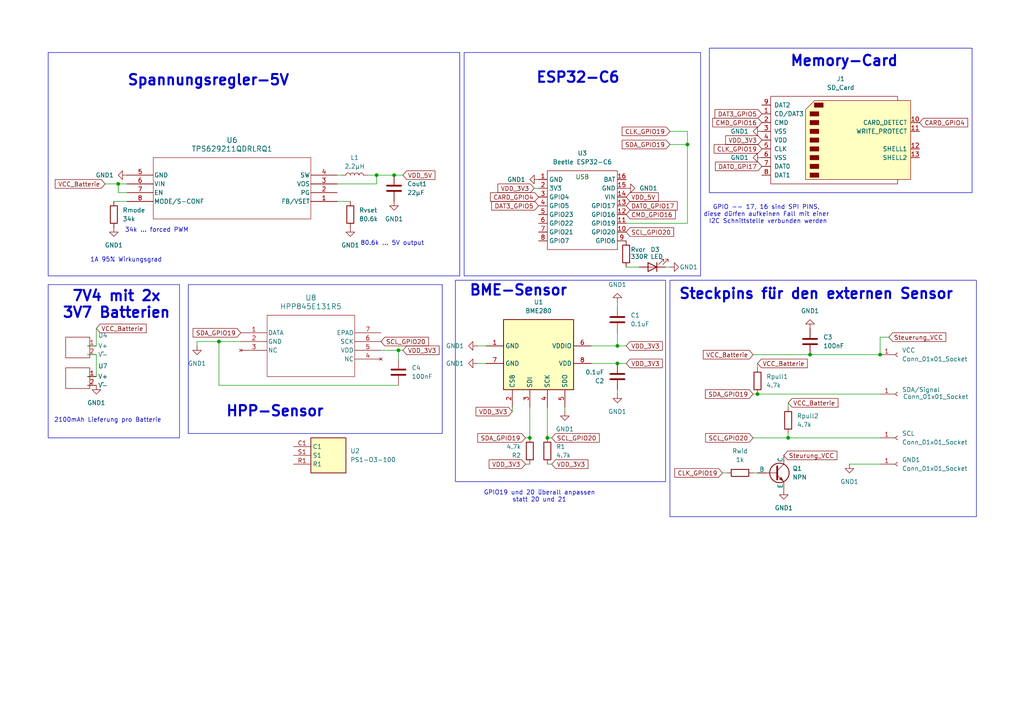
<source format=kicad_sch>
(kicad_sch (version 20231120) (generator "eeschema") (generator_version "8.0")
  (paper "A4")
  (lib_symbols
    (symbol "2024-11-18_14-00-38:TPS629211QDRLRQ1" (pin_names (offset 0.254))
      (property "Reference" "U" (at 30.48 10.16 0))
      (property "Value" "TPS629211QDRLRQ1" (at 30.48 7.62 0))
      (symbol "TPS629211QDRLRQ1_0_1"
        (polyline (pts (xy 7.62 -12.7) (xy 53.34 -12.7)) (stroke (width 0.127)))
        (polyline (pts (xy 7.62 5.08) (xy 7.62 -12.7)) (stroke (width 0.127)))
        (polyline (pts (xy 53.34 -12.7) (xy 53.34 5.08)) (stroke (width 0.127)))
        (polyline (pts (xy 53.34 5.08) (xy 7.62 5.08)) (stroke (width 0.127)))
        (pin input line (at 0 0 0) (length 7.62) (name "FB/VSET") (number "1"))
        (pin output line (at 0 -2.54 0) (length 7.62) (name "PG") (number "2"))
        (pin input line (at 0 -5.08 0) (length 7.62) (name "VOS") (number "3"))
        (pin unspecified line (at 0 -7.62 0) (length 7.62) (name "SW") (number "4"))
        (pin power_out line (at 60.96 -7.62 180) (length 7.62) (name "GND") (number "5"))
        (pin input line (at 60.96 -5.08 180) (length 7.62) (name "VIN") (number "6"))
        (pin input line (at 60.96 -2.54 180) (length 7.62) (name "EN") (number "7"))
        (pin input line (at 60.96 0 180) (length 7.62) (name "MODE/S-CONF") (number "8"))
      )
    )
    (symbol "6V_Battery_SensorBox:Battery_6V"
      (property "Reference" "U" (at 0 0 0))
      (symbol "Battery_6V_0_1"
        (rectangle (start 0 0) (end 7 -6))
      )
      (symbol "Battery_6V_1_1"
        (pin input line (at 6.35 -2.54 0) (length 2.54) (name "V+") (number "1"))
        (pin input line (at 6.35 -5.08 0) (length 2.54) (name "V-") (number "2"))
      )
    )
    (symbol "Connector:Conn_01x01_Socket" (pin_names (offset 1.016) hide)
      (property "Reference" "J" (at 0 2.54 0))
      (property "Value" "Conn_01x01_Socket" (at 0 -2.54 0))
      (symbol "Conn_01x01_Socket_1_1"
        (polyline (pts (xy -1.27 0) (xy -0.508 0)) (stroke (width 0.1524)))
        (arc (start 0 0.508) (mid -0.5058 0) (end 0 -0.508) (stroke (width 0.1524)))
        (pin passive line (at -5.08 0 0) (length 3.81) (name "Pin_1") (number "1"))
      )
    )
    (symbol "Connector:SD_Card" (pin_names (offset 1.016))
      (property "Reference" "J" (at -16.51 13.97 0))
      (property "Value" "SD_Card" (at 15.24 -13.97 0))
      (symbol "SD_Card_0_1"
        (rectangle (start -8.89 -9.525) (end -6.35 -10.795) (fill (type outline)))
        (rectangle (start -8.89 -6.985) (end -6.35 -8.255) (fill (type outline)))
        (rectangle (start -8.89 -4.445) (end -6.35 -5.715) (fill (type outline)))
        (rectangle (start -8.89 -1.905) (end -6.35 -3.175) (fill (type outline)))
        (rectangle (start -8.89 0.635) (end -6.35 -0.635) (fill (type outline)))
        (rectangle (start -8.89 3.175) (end -6.35 1.905) (fill (type outline)))
        (rectangle (start -8.89 5.715) (end -6.35 4.445) (fill (type outline)))
        (rectangle (start -8.89 8.255) (end -6.35 6.985) (fill (type outline)))
        (rectangle (start -7.62 10.795) (end -5.08 9.525) (fill (type outline)))
        (polyline (pts (xy -10.16 8.89) (xy -7.62 11.43) (xy 20.32 11.43) (xy 20.32 -11.43) (xy -10.16 -11.43) (xy -10.16 8.89)) (fill (type background)))
        (polyline (pts (xy 16.51 11.43) (xy 16.51 12.7) (xy -20.32 12.7) (xy -20.32 -12.7) (xy 16.51 -12.7) (xy 16.51 -11.43)))
      )
      (symbol "SD_Card_1_1"
        (pin input line (at -22.86 7.62 0) (length 2.54) (name "CD/DAT3") (number "1"))
        (pin input line (at 22.86 5.08 180) (length 2.54) (name "CARD_DETECT") (number "10"))
        (pin input line (at 22.86 2.54 180) (length 2.54) (name "WRITE_PROTECT") (number "11"))
        (pin input line (at 22.86 -2.54 180) (length 2.54) (name "SHELL1") (number "12"))
        (pin input line (at 22.86 -5.08 180) (length 2.54) (name "SHELL2") (number "13"))
        (pin input line (at -22.86 5.08 0) (length 2.54) (name "CMD") (number "2"))
        (pin power_in line (at -22.86 2.54 0) (length 2.54) (name "VSS") (number "3"))
        (pin power_in line (at -22.86 0 0) (length 2.54) (name "VDD") (number "4"))
        (pin input line (at -22.86 -2.54 0) (length 2.54) (name "CLK") (number "5"))
        (pin power_in line (at -22.86 -5.08 0) (length 2.54) (name "VSS") (number "6"))
        (pin input line (at -22.86 -7.62 0) (length 2.54) (name "DAT0") (number "7"))
        (pin input line (at -22.86 -10.16 0) (length 2.54) (name "DAT1") (number "8"))
        (pin input line (at -22.86 10.16 0) (length 2.54) (name "DAT2") (number "9"))
      )
    )
    (symbol "Device:C" (pin_numbers hide) (pin_names (offset 0.254))
      (property "Reference" "C" (at 0.635 2.54 0))
      (property "Value" "C" (at 0.635 -2.54 0))
      (symbol "C_0_1"
        (polyline (pts (xy -2.032 -0.762) (xy 2.032 -0.762)) (stroke (width 0.508)))
        (polyline (pts (xy -2.032 0.762) (xy 2.032 0.762)) (stroke (width 0.508)))
      )
      (symbol "C_1_1"
        (pin passive line (at 0 3.81 270) (length 2.794) (name "~") (number "1"))
        (pin passive line (at 0 -3.81 90) (length 2.794) (name "~") (number "2"))
      )
    )
    (symbol "Device:L" (pin_numbers hide) (pin_names (offset 1.016) hide)
      (property "Reference" "L" (at -1.27 0 90))
      (property "Value" "L" (at 1.905 0 90))
      (symbol "L_0_1"
        (arc (start 0 -2.54) (mid 0.6323 -1.905) (end 0 -1.27))
        (arc (start 0 -1.27) (mid 0.6323 -0.635) (end 0 0))
        (arc (start 0 0) (mid 0.6323 0.635) (end 0 1.27))
        (arc (start 0 1.27) (mid 0.6323 1.905) (end 0 2.54))
      )
      (symbol "L_1_1"
        (pin passive line (at 0 3.81 270) (length 1.27) (name "1") (number "1"))
        (pin passive line (at 0 -3.81 90) (length 1.27) (name "2") (number "2"))
      )
    )
    (symbol "Device:LED" (pin_numbers hide) (pin_names (offset 1.016) hide)
      (property "Reference" "D" (at 0 2.54 0))
      (property "Value" "LED" (at 0 -2.54 0))
      (symbol "LED_0_1"
        (polyline (pts (xy -1.27 -1.27) (xy -1.27 1.27)) (stroke (width 0.254)))
        (polyline (pts (xy -1.27 0) (xy 1.27 0)))
        (polyline (pts (xy 1.27 -1.27) (xy 1.27 1.27) (xy -1.27 0) (xy 1.27 -1.27)) (stroke (width 0.254)))
        (polyline (pts (xy -3.048 -0.762) (xy -4.572 -2.286) (xy -3.81 -2.286) (xy -4.572 -2.286) (xy -4.572 -1.524)))
        (polyline (pts (xy -1.778 -0.762) (xy -3.302 -2.286) (xy -2.54 -2.286) (xy -3.302 -2.286) (xy -3.302 -1.524)))
      )
      (symbol "LED_1_1"
        (pin passive line (at -3.81 0 0) (length 2.54) (name "K") (number "1"))
        (pin passive line (at 3.81 0 180) (length 2.54) (name "A") (number "2"))
      )
    )
    (symbol "Device:R" (pin_numbers hide) (pin_names (offset 0))
      (property "Reference" "R" (at 2.032 0 90))
      (property "Value" "R" (at 0 0 90))
      (symbol "R_0_1"
        (rectangle (start -1.016 -2.54) (end 1.016 2.54) (stroke (width 0.254)))
      )
      (symbol "R_1_1"
        (pin passive line (at 0 3.81 270) (length 1.27) (name "~") (number "1"))
        (pin passive line (at 0 -3.81 90) (length 1.27) (name "~") (number "2"))
      )
    )
    (symbol "HPP845E131R5_1" (pin_names (offset 0.254))
      (property "Reference" "U" (at 20.32 10.16 0))
      (property "Value" "HPP845E131R5" (at 20.32 7.62 0))
      (symbol "HPP845E131R5_1_0_1"
        (polyline (pts (xy 7.62 -12.7) (xy 33.02 -12.7)) (stroke (width 0.127)))
        (polyline (pts (xy 7.62 5.08) (xy 7.62 -12.7)) (stroke (width 0.127)))
        (polyline (pts (xy 33.02 -12.7) (xy 33.02 5.08)) (stroke (width 0.127)))
        (polyline (pts (xy 33.02 5.08) (xy 7.62 5.08)) (stroke (width 0.127)))
        (pin unspecified line (at 0 0 0) (length 7.62) (name "DATA") (number "1"))
        (pin power_out line (at 0 -2.54 0) (length 7.62) (name "GND") (number "2"))
        (pin no_connect line (at 0 -5.08 0) (length 7.62) (name "NC") (number "3"))
        (pin no_connect line (at 40.64 -7.62 180) (length 7.62) (name "NC") (number "4"))
        (pin power_in line (at 40.64 -5.08 180) (length 7.62) (name "VDD") (number "5"))
        (pin unspecified line (at 40.64 -2.54 180) (length 7.62) (name "SCK") (number "6"))
        (pin unspecified line (at 40.64 0 180) (length 7.62) (name "EPAD") (number "7"))
      )
    )
    (symbol "PS1-O3-100:PS1-O3-100"
      (property "Reference" "U" (at 16.51 7.62 0))
      (property "Value" "PS1-O3-100" (at 16.51 5.08 0))
      (symbol "PS1-O3-100_1_1"
        (rectangle (start 5.08 2.54) (end 15.24 -7.62) (stroke (width 0.254)) (fill (type background)))
        (pin passive line (at 0 0 0) (length 5.08) (name "C1") (number "C1"))
        (pin passive line (at 0 -5.08 0) (length 5.08) (name "R1") (number "R1"))
        (pin passive line (at 0 -2.54 0) (length 5.08) (name "S1") (number "S1"))
      )
    )
    (symbol "Sensor:BME280"
      (property "Reference" "U" (at -8.89 11.43 0))
      (property "Value" "BME280" (at 7.62 11.43 0))
      (symbol "BME280_0_1"
        (rectangle (start -10.16 10.16) (end 10.16 -10.16) (stroke (width 0.254)) (fill (type background)))
      )
      (symbol "BME280_1_1"
        (pin power_in line (at -2.54 -15.24 90) (length 5.08) (name "GND") (number "1"))
        (pin input line (at 15.24 -7.62 180) (length 5.08) (name "CSB") (number "2"))
        (pin bidirectional line (at 15.24 -2.54 180) (length 5.08) (name "SDI") (number "3"))
        (pin input line (at 15.24 2.54 180) (length 5.08) (name "SCK") (number "4"))
        (pin bidirectional line (at 15.24 7.62 180) (length 5.08) (name "SDO") (number "5"))
        (pin power_in line (at -2.54 15.24 270) (length 5.08) (name "VDDIO") (number "6"))
        (pin power_in line (at 2.54 -15.24 90) (length 5.08) (name "GND") (number "7"))
        (pin power_in line (at 2.54 15.24 270) (length 5.08) (name "VDD") (number "8"))
      )
    )
    (symbol "Simulation_SPICE:NPN" (pin_numbers hide) (pin_names (offset 0))
      (property "Reference" "Q" (at -2.54 7.62 0))
      (property "Value" "NPN" (at -2.54 5.08 0))
      (symbol "NPN_0_1"
        (polyline (pts (xy -2.54 0) (xy 0.635 0)) (stroke (width 0.1524)))
        (polyline (pts (xy 0.635 0.635) (xy 2.54 2.54)))
        (polyline (pts (xy 2.794 -1.27) (xy 2.794 -1.27)) (stroke (width 0.1524)))
        (polyline (pts (xy 2.794 -1.27) (xy 2.794 -1.27)) (stroke (width 0.1524)))
        (polyline (pts (xy 0.635 -0.635) (xy 2.54 -2.54) (xy 2.54 -2.54)))
        (polyline (pts (xy 0.635 1.905) (xy 0.635 -1.905) (xy 0.635 -1.905)) (stroke (width 0.508)))
        (polyline (pts (xy 1.27 -1.778) (xy 1.778 -1.27) (xy 2.286 -2.286) (xy 1.27 -1.778) (xy 1.27 -1.778)) (fill (type outline)))
        (circle (center 1.27 0) (radius 2.8194) (stroke (width 0.254)))
      )
      (symbol "NPN_1_1"
        (pin open_collector line (at 2.54 5.08 270) (length 2.54) (name "C") (number "1"))
        (pin input line (at -5.08 0 0) (length 2.54) (name "B") (number "2"))
        (pin open_emitter line (at 2.54 -5.08 90) (length 2.54) (name "E") (number "3"))
      )
    )
    (symbol "beetle_esp32-c6:Beetle_ESP32-C6"
      (property "Reference" "U" (at 0.762 23.876 0))
      (property "Value" "Beetle ESP32-C6" (at 10.414 9.398 90))
      (symbol "Beetle_ESP32-C6_0_1"
        (rectangle (start 0 22.86) (end 20.32 0))
      )
      (symbol "Beetle_ESP32-C6_1_1"
        (text "USB" (at 10.16 21.082 0) (effects (font (size 1.27 1.27))))
        (pin power_out line (at -2.54 20.32 0) (length 2.54) (name "GND") (number "1"))
        (pin bidirectional line (at 22.86 5.08 180) (length 2.54) (name "GPIO20") (number "10"))
        (pin bidirectional line (at 22.86 7.62 180) (length 2.54) (name "GPIO19") (number "11"))
        (pin bidirectional line (at 22.86 10.16 180) (length 2.54) (name "GPIO16") (number "12"))
        (pin bidirectional line (at 22.86 12.7 180) (length 2.54) (name "GPIO17") (number "13"))
        (pin power_in line (at 22.86 15.24 180) (length 2.54) (name "VIN") (number "14"))
        (pin power_in line (at 22.86 17.78 180) (length 2.54) (name "GND") (number "15"))
        (pin power_in line (at 22.86 20.32 180) (length 2.54) (name "BAT") (number "16"))
        (pin power_out line (at -2.54 17.78 0) (length 2.54) (name "3V3") (number "2"))
        (pin bidirectional line (at -2.54 15.24 0) (length 2.54) (name "GPIO4") (number "3"))
        (pin bidirectional line (at -2.54 12.7 0) (length 2.54) (name "GPIO5") (number "4"))
        (pin bidirectional line (at -2.54 10.16 0) (length 2.54) (name "GPIO23") (number "5"))
        (pin bidirectional line (at -2.54 7.62 0) (length 2.54) (name "GPIO22") (number "6"))
        (pin bidirectional line (at -2.54 5.08 0) (length 2.54) (name "GPIO21") (number "7"))
        (pin bidirectional line (at -2.54 2.54 0) (length 2.54) (name "GPIO7") (number "8"))
        (pin bidirectional line (at 22.86 2.54 180) (length 2.54) (name "GPIO6") (number "9"))
      )
    )
    (symbol "power:GND1" (power) (pin_numbers hide) (pin_names (offset 0) hide)
      (property "Value" "GND1" (at 0 -3.81 0))
      (symbol "GND1_0_1"
        (polyline (pts (xy 0 0) (xy 0 -1.27) (xy 1.27 -1.27) (xy 0 -2.54) (xy -1.27 -1.27) (xy 0 -1.27)))
      )
      (symbol "GND1_1_1"
        (pin power_in line (at 0 0 270) (length 0) (name "~") (number "1"))
      )
    )
  )
  (junction (at 158.75 127))
  (junction (at 179.07 105.41))
  (junction (at 234.95 102.87))
  (junction (at 199.39 41.91))
  (junction (at 153.67 127))
  (junction (at 228.6 127))
  (junction (at 34.29 53.34))
  (junction (at 219.71 114.3))
  (junction (at 63.5 99.06))
  (junction (at 179.07 100.33))
  (junction (at 114.3 50.8))
  (junction (at 109.22 50.8))
  (junction (at 255.27 102.87))
  (junction (at 115.57 101.6))
  (wire (pts (xy 115.57 101.6) (xy 116.84 101.6)))
  (wire (pts (xy 57.15 99.06) (xy 57.15 100.33)))
  (wire (pts (xy 27.94 102.87) (xy 25.4 102.87)))
  (wire (pts (xy 69.85 99.06) (xy 63.5 99.06)))
  (wire (pts (xy 115.57 104.14) (xy 115.57 101.6)))
  (wire (pts (xy 194.31 38.1) (xy 199.39 38.1)))
  (wire (pts (xy 63.5 111.76) (xy 63.5 99.06)))
  (wire (pts (xy 27.94 95.25) (xy 27.94 100.33)))
  (wire (pts (xy 158.75 127) (xy 160.02 127)))
  (wire (pts (xy 110.49 101.6) (xy 115.57 101.6)))
  (wire (pts (xy 138.43 105.41) (xy 140.97 105.41)))
  (wire (pts (xy 179.07 114.3) (xy 179.07 113.03)))
  (wire (pts (xy 218.44 114.3) (xy 219.71 114.3)))
  (wire (pts (xy 152.4 127) (xy 153.67 127)))
  (wire (pts (xy 25.4 109.22) (xy 27.94 109.22)))
  (wire (pts (xy 25.4 111.76) (xy 27.94 111.76)))
  (wire (pts (xy 36.83 55.88) (xy 34.29 55.88)))
  (wire (pts (xy 152.4 134.62) (xy 153.67 134.62)))
  (wire (pts (xy 158.75 118.11) (xy 158.75 127)))
  (wire (pts (xy 171.45 105.41) (xy 179.07 105.41)))
  (wire (pts (xy 185.42 77.47) (xy 181.61 77.47)))
  (wire (pts (xy 246.38 134.62) (xy 255.27 134.62)))
  (wire (pts (xy 199.39 64.77) (xy 181.61 64.77)))
  (wire (pts (xy 33.02 58.42) (xy 36.83 58.42)))
  (wire (pts (xy 138.43 100.33) (xy 140.97 100.33)))
  (wire (pts (xy 171.45 100.33) (xy 179.07 100.33)))
  (wire (pts (xy 255.27 97.79) (xy 255.27 102.87)))
  (wire (pts (xy 97.79 53.34) (xy 109.22 53.34)))
  (wire (pts (xy 194.31 77.47) (xy 193.04 77.47)))
  (wire (pts (xy 148.59 119.38) (xy 148.59 118.11)))
  (wire (pts (xy 27.94 109.22) (xy 27.94 102.87)))
  (wire (pts (xy 179.07 96.52) (xy 179.07 100.33)))
  (wire (pts (xy 219.71 105.41) (xy 219.71 106.68)))
  (wire (pts (xy 218.44 127) (xy 228.6 127)))
  (wire (pts (xy 257.81 97.79) (xy 255.27 97.79)))
  (wire (pts (xy 179.07 87.63) (xy 179.07 88.9)))
  (wire (pts (xy 209.55 137.16) (xy 210.82 137.16)))
  (wire (pts (xy 34.29 53.34) (xy 36.83 53.34)))
  (wire (pts (xy 228.6 116.84) (xy 228.6 118.11)))
  (wire (pts (xy 228.6 125.73) (xy 228.6 127)))
  (wire (pts (xy 109.22 53.34) (xy 109.22 50.8)))
  (wire (pts (xy 115.57 111.76) (xy 63.5 111.76)))
  (wire (pts (xy 34.29 55.88) (xy 34.29 53.34)))
  (wire (pts (xy 114.3 50.8) (xy 116.84 50.8)))
  (wire (pts (xy 199.39 38.1) (xy 199.39 41.91)))
  (wire (pts (xy 101.6 58.42) (xy 97.79 58.42)))
  (wire (pts (xy 97.79 50.8) (xy 99.06 50.8)))
  (wire (pts (xy 194.31 41.91) (xy 199.39 41.91)))
  (wire (pts (xy 25.4 100.33) (xy 27.94 100.33)))
  (wire (pts (xy 234.95 102.87) (xy 255.27 102.87)))
  (wire (pts (xy 179.07 100.33) (xy 181.61 100.33)))
  (wire (pts (xy 228.6 127) (xy 255.27 127)))
  (wire (pts (xy 199.39 41.91) (xy 199.39 64.77)))
  (wire (pts (xy 30.48 53.34) (xy 34.29 53.34)))
  (wire (pts (xy 219.71 114.3) (xy 255.27 114.3)))
  (wire (pts (xy 153.67 118.11) (xy 153.67 127)))
  (wire (pts (xy 154.94 54.61) (xy 156.21 54.61)))
  (wire (pts (xy 179.07 105.41) (xy 181.61 105.41)))
  (wire (pts (xy 218.44 137.16) (xy 219.71 137.16)))
  (wire (pts (xy 218.44 102.87) (xy 234.95 102.87)))
  (wire (pts (xy 63.5 99.06) (xy 57.15 99.06)))
  (wire (pts (xy 106.68 50.8) (xy 109.22 50.8)))
  (wire (pts (xy 109.22 50.8) (xy 114.3 50.8)))
  (wire (pts (xy 163.83 118.11) (xy 163.83 119.38)))
  (wire (pts (xy 160.02 134.62) (xy 158.75 134.62)))
  (rectangle (start 54.61 82.55) (end 128.27 125.73))
  (rectangle (start 194.31 81.28) (end 283.21 149.86))
  (rectangle (start 134.62 15.24) (end 203.2 80.01))
  (rectangle (start 132.08 81.28) (end 193.04 139.7))
  (rectangle (start 205.74 13.97) (end 281.94 55.88))
  (rectangle (start 13.97 82.55) (end 52.07 127))
  (rectangle (start 13.97 15.24) (end 133.35 80.01))
  (text "34k ... forced PWM\n" (at 45.466 66.802 0) (effects (font (size 1.27 1.27))))
  (text "Spannungsregler-5V" (at 60.452 23.368 0) (effects (font (size 3 3) (bold yes))))
  (text "7V4 mit 2x\n3V7 Batterien" (at 33.782 88.392 0) (effects (font (size 3 3) (thickness 0.6) (bold yes))))
  (text "BME-Sensor\n" (at 150.368 84.328 0) (effects (font (size 3 3) (thickness 0.6) (bold yes))))
  (text "Memory-Card\n" (at 244.856 17.78 0) (effects (font (size 3 3) (thickness 0.6) (bold yes))))
  (text "ESP32-C6" (at 167.64 22.606 0) (effects (font (size 3 3) (bold yes))))
  (text "Steckpins für den externen Sensor" (at 236.728 85.344 0) (effects (font (size 3 3) (bold yes))))
  (text "2100mAh Lieferung pro Batterie" (at 31.242 121.92 0) (effects (font (size 1.27 1.27))))
  (text "HPP-Sensor\n" (at 79.756 119.38 0) (effects (font (size 3 3) (thickness 0.6) (bold yes))))
  (text "1A 95% Wirkungsgrad\n" (at 36.576 75.438 0) (effects (font (size 1.27 1.27))))
  (text "GPIO19 und 20 überall anpassen\nstatt 20 und 21\n" (at 156.464 144.018 0) (effects (font (size 1.27 1.27))))
  (text "80.6k ... 5V output" (at 113.792 70.612 0) (effects (font (size 1.27 1.27))))
  (text "GPIO -- 17, 16 sind SPI PINS, \ndiese dürfen aufkeinen Fall mit einer \nI2C Schnittstelle verbunden werden" (at 222.758 62.23 0) (effects (font (size 1.27 1.27))))
  (global_label "SCL_GPIO20" (shape input) (at 110.49 99.06 0) (property "Intersheetrefs" "${INTERSHEET_REFS}" (effects (hide yes))))
  (global_label "CLK_GPIO19" (shape input) (at 194.31 38.1 180) (property "Intersheetrefs" "${INTERSHEET_REFS}" (effects (hide yes))))
  (global_label "SDA_GPIO19" (shape input) (at 69.85 96.52 180) (property "Intersheetrefs" "${INTERSHEET_REFS}" (effects (hide yes))))
  (global_label "SCL_GPIO20" (shape input) (at 160.02 127 0) (property "Intersheetrefs" "${INTERSHEET_REFS}" (effects (hide yes))))
  (global_label "VCC_Batterie" (shape input) (at 27.94 95.25 0) (property "Intersheetrefs" "${INTERSHEET_REFS}" (effects (hide yes))))
  (global_label "DAT3_GPIO5" (shape input) (at 220.98 33.02 180) (property "Intersheetrefs" "${INTERSHEET_REFS}" (effects (hide yes))))
  (global_label "DAT3_GPIO5" (shape input) (at 156.21 59.69 180) (property "Intersheetrefs" "${INTERSHEET_REFS}" (effects (hide yes))))
  (global_label "VCC_Batterie" (shape input) (at 219.71 105.41 0) (property "Intersheetrefs" "${INTERSHEET_REFS}" (effects (hide yes))))
  (global_label "VDD_3V3" (shape input) (at 152.4 134.62 180) (property "Intersheetrefs" "${INTERSHEET_REFS}" (effects (hide yes))))
  (global_label "SCL_GPIO20" (shape input) (at 181.61 67.31 0) (property "Intersheetrefs" "${INTERSHEET_REFS}" (effects (hide yes))))
  (global_label "VDD_3V3" (shape input) (at 160.02 134.62 0) (property "Intersheetrefs" "${INTERSHEET_REFS}" (effects (hide yes))))
  (global_label "VDD_3V3" (shape input) (at 154.94 54.61 180) (property "Intersheetrefs" "${INTERSHEET_REFS}" (effects (hide yes))))
  (global_label "CARD_GPIO4" (shape input) (at 266.7 35.56 0) (property "Intersheetrefs" "${INTERSHEET_REFS}" (effects (hide yes))))
  (global_label "VDD_5V" (shape input) (at 181.61 57.15 0) (property "Intersheetrefs" "${INTERSHEET_REFS}" (effects (hide yes))))
  (global_label "DAT0_GPIO17" (shape input) (at 181.61 59.69 0) (property "Intersheetrefs" "${INTERSHEET_REFS}" (effects (hide yes))))
  (global_label "Steuerung_VCC" (shape input) (at 257.81 97.79 0) (property "Intersheetrefs" "${INTERSHEET_REFS}" (effects (hide yes))))
  (global_label "SCL_GPIO20" (shape input) (at 218.44 127 180) (property "Intersheetrefs" "${INTERSHEET_REFS}" (effects (hide yes))))
  (global_label "VCC_Batterie" (shape input) (at 228.6 116.84 0) (property "Intersheetrefs" "${INTERSHEET_REFS}" (effects (hide yes))))
  (global_label "VCC_Batterie" (shape input) (at 30.48 53.34 180) (property "Intersheetrefs" "${INTERSHEET_REFS}" (effects (hide yes))))
  (global_label "VDD_3V3" (shape input) (at 181.61 105.41 0) (property "Intersheetrefs" "${INTERSHEET_REFS}" (effects (hide yes))))
  (global_label "SDA_GPIO19" (shape input) (at 218.44 114.3 180) (property "Intersheetrefs" "${INTERSHEET_REFS}" (effects (hide yes))))
  (global_label "CLK_GPIO19" (shape input) (at 220.98 43.18 180) (property "Intersheetrefs" "${INTERSHEET_REFS}" (effects (hide yes))))
  (global_label "VCC_Batterie" (shape input) (at 218.44 102.87 180) (property "Intersheetrefs" "${INTERSHEET_REFS}" (effects (hide yes))))
  (global_label "SDA_GPIO19" (shape input) (at 152.4 127 180) (property "Intersheetrefs" "${INTERSHEET_REFS}" (effects (hide yes))))
  (global_label "Steurung_VCC" (shape input) (at 227.33 132.08 0) (property "Intersheetrefs" "${INTERSHEET_REFS}" (effects (hide yes))))
  (global_label "CMD_GPIO16" (shape input) (at 220.98 35.56 180) (property "Intersheetrefs" "${INTERSHEET_REFS}" (effects (hide yes))))
  (global_label "CARD_GPIO4" (shape input) (at 156.21 57.15 180) (property "Intersheetrefs" "${INTERSHEET_REFS}" (effects (hide yes))))
  (global_label "DAT0_GPI17" (shape input) (at 220.98 48.26 180) (property "Intersheetrefs" "${INTERSHEET_REFS}" (effects (hide yes))))
  (global_label "VDD_3V3" (shape input) (at 181.61 100.33 0) (property "Intersheetrefs" "${INTERSHEET_REFS}" (effects (hide yes))))
  (global_label "VDD_3V3" (shape input) (at 148.59 119.38 180) (property "Intersheetrefs" "${INTERSHEET_REFS}" (effects (hide yes))))
  (global_label "SDA_GPIO19" (shape input) (at 194.31 41.91 180) (property "Intersheetrefs" "${INTERSHEET_REFS}" (effects (hide yes))))
  (global_label "VDD_3V3" (shape input) (at 116.84 101.6 0) (property "Intersheetrefs" "${INTERSHEET_REFS}" (effects (hide yes))))
  (global_label "CMD_GPIO16" (shape input) (at 181.61 62.23 0) (property "Intersheetrefs" "${INTERSHEET_REFS}" (effects (hide yes))))
  (global_label "CLK_GPIO19" (shape input) (at 209.55 137.16 180) (property "Intersheetrefs" "${INTERSHEET_REFS}" (effects (hide yes))))
  (global_label "VDD_3V3" (shape input) (at 220.98 40.64 180) (property "Intersheetrefs" "${INTERSHEET_REFS}" (effects (hide yes))))
  (global_label "VDD_5V" (shape input) (at 116.84 50.8 0) (property "Intersheetrefs" "${INTERSHEET_REFS}" (effects (hide yes))))
  (symbol (lib_id "6V_Battery_SensorBox:Battery_6V") (at 19.05 106.68 0) (unit 1)
    (property "Reference" "U7" (at 28.448 106.172 0) (effects (justify left)))
    (property "Value" "~" (at 29.21 110.95 0) (effects (justify left)))
    (property "Footprint" "Battery_6V:Bat_3V7" (effects (hide yes)))
    (property "Datasheet" "https://www.mouser.com/datasheet/2/1398/Soldered_333285_li_ion_battery_2100mah_37v-3532432.pdf" (effects (hide yes)))
  )
  (symbol (lib_id "Device:C") (at 115.57 107.95 0) (unit 1)
    (property "Reference" "C4" (at 119.38 106.6799 0) (effects (justify left)))
    (property "Value" "100nF" (at 119.38 109.2199 0) (effects (justify left)))
    (property "Footprint" "Capacitor_SMD:C_0402_1005Metric_Pad0.74x0.62mm_HandSolder" (effects (hide yes)))
    (property "Description" "Unpolarized capacitor" (effects (hide yes)))
  )
  (symbol (lib_id "Device:R") (at 219.71 110.49 0) (unit 1)
    (property "Reference" "Rpull1" (at 222.25 109.2199 0) (effects (justify left)))
    (property "Value" "4.7k" (at 222.25 111.7599 0) (effects (justify left)))
    (property "Footprint" "Resistor_SMD:R_0402_1005Metric" (effects (hide yes)))
    (property "Description" "Resistor" (effects (hide yes)))
  )
  (symbol (lib_id "Device:R") (at 181.61 73.66 180) (unit 1)
    (property "Reference" "Rvor" (at 182.88 72.39 0) (effects (justify right)))
    (property "Value" "330R" (at 182.88 74.422 0) (effects (justify right)))
    (property "Footprint" "Resistor_SMD:R_0402_1005Metric" (effects (hide yes)))
    (property "Description" "Resistor" (effects (hide yes)))
  )
  (symbol (lib_id "Device:C") (at 234.95 99.06 180) (unit 1)
    (property "Reference" "C3" (at 238.76 97.7899 0) (effects (justify right)))
    (property "Value" "100nF" (at 238.76 100.3299 0) (effects (justify right)))
    (property "Footprint" "Capacitor_SMD:C_0402_1005Metric_Pad0.74x0.62mm_HandSolder" (effects (hide yes)))
    (property "Description" "Unpolarized capacitor" (effects (hide yes)))
  )
  (symbol (lib_id "power:GND1") (at 163.83 119.38 0) (unit 1)
    (property "Reference" "#PWR015" (effects (hide yes)))
    (property "Value" "GND1" (at 163.83 124.46 0))
    (property "Description" "Power symbol creates a global label with name \"GND1\" , ground" (effects (hide yes)))
  )
  (symbol (lib_id "power:GND1") (at 227.33 142.24 0) (unit 1)
    (property "Reference" "#PWR04" (effects (hide yes)))
    (property "Value" "GND1" (at 227.33 147.32 0))
    (property "Description" "Power symbol creates a global label with name \"GND1\" , ground" (effects (hide yes)))
  )
  (symbol (lib_id "power:GND1") (at 138.43 105.41 270) (unit 1)
    (property "Reference" "#PWR021" (effects (hide yes)))
    (property "Value" "GND1" (at 134.62 105.4099 90) (effects (justify right)))
    (property "Description" "Power symbol creates a global label with name \"GND1\" , ground" (effects (hide yes)))
  )
  (symbol (lib_id "Device:R") (at 33.02 62.23 0) (unit 1)
    (property "Reference" "Rmode" (at 35.56 60.9599 0) (effects (justify left)))
    (property "Value" "34k" (at 35.56 63.4999 0) (effects (justify left)))
    (property "Footprint" "Resistor_SMD:R_0402_1005Metric" (effects (hide yes)))
    (property "Description" "Resistor" (effects (hide yes)))
  )
  (symbol (lib_id "Connector:Conn_01x01_Socket") (at 260.35 134.62 0) (unit 1)
    (property "Reference" "GND1" (at 261.62 133.3499 0) (effects (justify left)))
    (property "Value" "Conn_01x01_Socket" (at 261.62 135.8899 0) (effects (justify left)))
    (property "Footprint" "Connector_PinHeader_2.00mm:PinHeader_1x01_P2.00mm_Vertical" (effects (hide yes)))
    (property "Description" "Generic connector, single row, 01x01, script generated" (effects (hide yes)))
  )
  (symbol (lib_id "Connector:Conn_01x01_Socket") (at 260.35 102.87 0) (unit 1)
    (property "Reference" "VCC" (at 261.62 101.5999 0) (effects (justify left)))
    (property "Value" "Conn_01x01_Socket" (at 261.62 104.1399 0) (effects (justify left)))
    (property "Footprint" "Connector_PinHeader_2.00mm:PinHeader_1x01_P2.00mm_Vertical" (effects (hide yes)))
    (property "Description" "Generic connector, single row, 01x01, script generated" (effects (hide yes)))
  )
  (symbol (lib_id "power:GND1") (at 246.38 134.62 0) (unit 1)
    (property "Reference" "#PWR03" (effects (hide yes)))
    (property "Value" "GND1" (at 246.38 139.7 0))
    (property "Description" "Power symbol creates a global label with name \"GND1\" , ground" (effects (hide yes)))
  )
  (symbol (lib_id "power:GND1") (at 114.3 58.42 0) (unit 1)
    (property "Reference" "#PWR012" (effects (hide yes)))
    (property "Value" "GND1" (at 114.3 63.5 0))
    (property "Description" "Power symbol creates a global label with name \"GND1\" , ground" (effects (hide yes)))
  )
  (symbol (lib_id "6V_Battery_SensorBox:Battery_6V") (at 19.05 97.79 0) (unit 1)
    (property "Reference" "U4" (at 28.448 97.282 0) (effects (justify left)))
    (property "Value" "~" (at 29.21 102.06 0) (effects (justify left)))
    (property "Footprint" "Battery_6V:Bat_3V7" (effects (hide yes)))
    (property "Datasheet" "https://www.mouser.com/datasheet/2/1398/Soldered_333285_li_ion_battery_2100mah_37v-3532432.pdf" (effects (hide yes)))
  )
  (symbol (lib_id "power:GND1") (at 156.21 52.07 270) (unit 1)
    (property "Reference" "#PWR05" (effects (hide yes)))
    (property "Value" "GND1" (at 152.4 52.0699 90) (effects (justify right)))
    (property "Description" "Power symbol creates a global label with name \"GND1\" , ground" (effects (hide yes)))
  )
  (symbol (lib_id "Simulation_SPICE:NPN") (at 224.79 137.16 0) (unit 1)
    (property "Reference" "Q1" (at 229.87 135.8899 0) (effects (justify left)))
    (property "Value" "NPN" (at 229.87 138.4299 0) (effects (justify left)))
    (property "Datasheet" "https://ngspice.sourceforge.io/docs/ngspice-html-manual/manual.xhtml#cha_BJTs" (effects (hide yes)))
    (property "Description" "Bipolar transistor symbol for simulation only, substrate tied to the emitter" (effects (hide yes)))
    (property "Sim.Device" "NPN" (effects (hide yes)))
    (property "Sim.Type" "GUMMELPOON" (effects (hide yes)))
    (property "Sim.Pins" "1=C 2=B 3=E" (effects (hide yes)))
  )
  (symbol (lib_id "Device:L") (at 102.87 50.8 90) (unit 1)
    (property "Reference" "L1" (at 102.87 45.72 90))
    (property "Value" "2.2µH" (at 102.87 48.26 90))
    (property "Footprint" "Inductor_SMD:L_0402_1005Metric_Pad0.77x0.64mm_HandSolder" (effects (hide yes)))
    (property "Description" "Inductor" (effects (hide yes)))
  )
  (symbol (lib_id "power:GND1") (at 179.07 114.3 0) (unit 1)
    (property "Reference" "#PWR019" (effects (hide yes)))
    (property "Value" "GND1" (at 179.07 119.38 0))
    (property "Description" "Power symbol creates a global label with name \"GND1\" , ground" (effects (hide yes)))
  )
  (symbol (lib_id "Device:C") (at 114.3 54.61 0) (unit 1)
    (property "Reference" "Cout1" (at 118.11 53.3399 0) (effects (justify left)))
    (property "Value" "22µF" (at 118.11 55.8799 0) (effects (justify left)))
    (property "Footprint" "Capacitor_SMD:C_0402_1005Metric_Pad0.74x0.62mm_HandSolder" (effects (hide yes)))
    (property "Description" "Unpolarized capacitor" (effects (hide yes)))
  )
  (symbol (lib_id "power:GND1") (at 234.95 95.25 180) (unit 1)
    (property "Reference" "#PWR02" (effects (hide yes)))
    (property "Value" "GND1" (at 234.95 90.17 0))
    (property "Description" "Power symbol creates a global label with name \"GND1\" , ground" (effects (hide yes)))
  )
  (symbol (lib_id "power:GND1") (at 27.94 111.76 0) (unit 1)
    (property "Reference" "#PWR01" (effects (hide yes)))
    (property "Value" "GND1" (at 27.94 116.84 0))
    (property "Description" "Power symbol creates a global label with name \"GND1\" , ground" (effects (hide yes)))
  )
  (symbol (lib_id "power:GND1") (at 57.15 100.33 0) (unit 1)
    (property "Reference" "#PWR020" (effects (hide yes)))
    (property "Value" "GND1" (at 57.15 105.41 0))
    (property "Description" "Power symbol creates a global label with name \"GND1\" , ground" (effects (hide yes)))
  )
  (symbol (lib_id "power:GND1") (at 138.43 100.33 270) (unit 1)
    (property "Reference" "#PWR013" (effects (hide yes)))
    (property "Value" "GND1" (at 134.62 100.3299 90) (effects (justify right)))
    (property "Description" "Power symbol creates a global label with name \"GND1\" , ground" (effects (hide yes)))
  )
  (symbol (lib_id "Device:R") (at 228.6 121.92 0) (unit 1)
    (property "Reference" "Rpull2" (at 231.14 120.6499 0) (effects (justify left)))
    (property "Value" "4.7k" (at 231.14 123.1899 0) (effects (justify left)))
    (property "Footprint" "Resistor_SMD:R_0402_1005Metric" (effects (hide yes)))
    (property "Description" "Resistor" (effects (hide yes)))
  )
  (symbol (lib_id "power:GND1") (at 220.98 38.1 270) (unit 1)
    (property "Reference" "#PWR08" (effects (hide yes)))
    (property "Value" "GND1" (at 217.17 38.0999 90) (effects (justify right)))
    (property "Description" "Power symbol creates a global label with name \"GND1\" , ground" (effects (hide yes)))
  )
  (symbol (lib_id "Device:C") (at 179.07 92.71 180) (unit 1)
    (property "Reference" "C1" (at 182.88 91.4399 0) (effects (justify right)))
    (property "Value" "0.1uF" (at 182.88 93.9799 0) (effects (justify right)))
    (property "Footprint" "Capacitor_SMD:C_0402_1005Metric_Pad0.74x0.62mm_HandSolder" (effects (hide yes)))
    (property "Description" "Unpolarized capacitor" (effects (hide yes)))
  )
  (symbol (lib_id "Device:LED") (at 189.23 77.47 180) (unit 1)
    (property "Reference" "D3" (at 189.992 72.39 0))
    (property "Value" "LED" (at 190.5 74.422 0))
    (property "Footprint" "LED_SMD:LED_0402_1005Metric" (effects (hide yes)))
    (property "Description" "Light emitting diode" (effects (hide yes)))
  )
  (symbol (lib_id "Device:C") (at 179.07 109.22 0) (unit 1)
    (property "Reference" "C2" (at 175.26 110.4901 0) (effects (justify right)))
    (property "Value" "0.1uF" (at 175.26 107.9501 0) (effects (justify right)))
    (property "Footprint" "Capacitor_SMD:C_0402_1005Metric_Pad0.74x0.62mm_HandSolder" (effects (hide yes)))
    (property "Description" "Unpolarized capacitor" (effects (hide yes)))
  )
  (symbol (lib_id "power:GND1") (at 33.02 66.04 0) (unit 1)
    (property "Reference" "#PWR07" (effects (hide yes)))
    (property "Value" "GND1" (at 33.02 71.12 0))
    (property "Description" "Power symbol creates a global label with name \"GND1\" , ground" (effects (hide yes)))
  )
  (symbol (lib_id "power:GND1") (at 181.61 54.61 90) (unit 1)
    (property "Reference" "#PWR010" (effects (hide yes)))
    (property "Value" "GND1" (at 185.42 54.6099 90) (effects (justify right)))
    (property "Description" "Power symbol creates a global label with name \"GND1\" , ground" (effects (hide yes)))
  )
  (symbol (lib_id "Device:R") (at 214.63 137.16 270) (unit 1)
    (property "Reference" "Rwid" (at 214.63 130.81 90))
    (property "Value" "1k" (at 214.63 133.35 90))
    (property "Footprint" "Resistor_SMD:R_0402_1005Metric" (effects (hide yes)))
    (property "Description" "Resistor" (effects (hide yes)))
  )
  (symbol (lib_id "2024-11-18_14-00-38:TPS629211QDRLRQ1") (at 97.79 58.42 180) (unit 1)
    (property "Reference" "U6" (at 67.31 40.64 0) (effects (font (size 1.524 1.524))))
    (property "Value" "TPS629211QDRLRQ1" (at 67.31 43.18 0) (effects (font (size 1.524 1.524))))
    (property "Footprint" "footprints:SOT5X3_DRL_TEX" (effects (hide yes)))
    (property "Datasheet" "https://www.ti.com/lit/ds/symlink/tps629211-q1.pdf?ts=1731938252736&ref_url=https%253A%252F%252Fwww.ti.com%252Fproduct%252FTPS629211-Q1" (effects (hide yes)))
  )
  (symbol (lib_id "power:GND1") (at 36.83 50.8 270) (unit 1)
    (property "Reference" "#PWR014" (effects (hide yes)))
    (property "Value" "GND1" (at 33.02 50.7999 90) (effects (justify right)))
    (property "Description" "Power symbol creates a global label with name \"GND1\" , ground" (effects (hide yes)))
  )
  (symbol (lib_id "beetle_esp32-c6:Beetle_ESP32-C6") (at 158.75 72.39 0) (unit 1)
    (property "Reference" "U3" (at 168.91 44.45 0))
    (property "Value" "Beetle ESP32-C6" (at 168.91 46.99 0))
    (property "Footprint" "ESP32_C6_Firma:Beetle ESP32-C6" (effects (hide yes)))
  )
  (symbol (lib_id "Device:R") (at 158.75 130.81 0) (unit 1)
    (property "Reference" "R1" (at 161.29 129.5399 0) (effects (justify left)))
    (property "Value" "4.7k" (at 161.29 132.0799 0) (effects (justify left)))
    (property "Footprint" "Resistor_SMD:R_0402_1005Metric" (effects (hide yes)))
    (property "Description" "Resistor" (effects (hide yes)))
  )
  (symbol (lib_id "Connector:Conn_01x01_Socket") (at 260.35 114.3 0) (unit 1)
    (property "Reference" "SDA/Signal" (at 261.62 113.0299 0) (effects (justify left)))
    (property "Value" "Conn_01x01_Socket" (at 261.874 115.062 0) (effects (justify left)))
    (property "Footprint" "Connector_PinHeader_2.00mm:PinHeader_1x01_P2.00mm_Vertical" (effects (hide yes)))
    (property "Description" "Generic connector, single row, 01x01, script generated" (effects (hide yes)))
  )
  (symbol (lib_id "Device:R") (at 101.6 62.23 0) (unit 1)
    (property "Reference" "Rvset" (at 104.14 60.9599 0) (effects (justify left)))
    (property "Value" "80.6k" (at 104.14 63.4999 0) (effects (justify left)))
    (property "Footprint" "Resistor_SMD:R_0402_1005Metric" (effects (hide yes)))
    (property "Description" "Resistor" (effects (hide yes)))
  )
  (symbol (lib_id "PS1-O3-100:PS1-O3-100") (at 85.09 129.54 0) (unit 1)
    (property "Reference" "U2" (at 101.6 130.8099 0) (effects (justify left)))
    (property "Value" "PS1-O3-100" (at 101.6 133.3499 0) (effects (justify left)))
    (property "Footprint" "PS1O3100" (effects (hide yes)))
    (property "Datasheet" "https://sgx.cdistore.com/datasheets/sgx/ds-0353-ps1ps4-o3-100.pdf" (effects (hide yes)))
    (property "Description" "SENSOR OZONE 100PPM -20C ~ 40C" (effects (hide yes)))
    (property "Height" "5.6" (effects (hide yes)))
    (property "Manufacturer_Name" "SGX Sensortech Limited" (effects (hide yes)))
    (property "Manufacturer_Part_Number" "PS1-O3-100" (effects (hide yes)))
  )
  (symbol (lib_id "power:GND1") (at 220.98 45.72 270) (unit 1)
    (property "Reference" "#PWR09" (effects (hide yes)))
    (property "Value" "GND1" (at 217.17 45.7199 90) (effects (justify right)))
    (property "Description" "Power symbol creates a global label with name \"GND1\" , ground" (effects (hide yes)))
  )
  (symbol (lib_id "power:GND1") (at 101.6 66.04 0) (unit 1)
    (property "Reference" "#PWR011" (effects (hide yes)))
    (property "Value" "GND1" (at 101.6 71.12 0))
    (property "Description" "Power symbol creates a global label with name \"GND1\" , ground" (effects (hide yes)))
  )
  (symbol (lib_id "power:GND1") (at 179.07 87.63 180) (unit 1)
    (property "Reference" "#PWR016" (effects (hide yes)))
    (property "Value" "GND1" (at 179.07 82.55 0))
    (property "Description" "Power symbol creates a global label with name \"GND1\" , ground" (effects (hide yes)))
  )
  (symbol (lib_name "HPP845E131R5_1") (lib_id "HPP845E131R5:HPP845E131R5") (at 69.85 96.52 0) (unit 1)
    (property "Reference" "U8" (at 90.17 86.36 0) (effects (font (size 1.524 1.524))))
    (property "Value" "HPP845E131R5" (at 90.17 88.9 0) (effects (font (size 1.524 1.524))))
    (property "Footprint" "HPP845E131R5:SON6_HPP845E131R5_TEC" (effects (hide yes)))
    (property "Datasheet" "HPP845E131R5" (effects (hide yes)))
  )
  (symbol (lib_id "Connector:Conn_01x01_Socket") (at 260.35 127 0) (unit 1)
    (property "Reference" "SCL" (at 261.62 125.7299 0) (effects (justify left)))
    (property "Value" "Conn_01x01_Socket" (at 261.62 128.2699 0) (effects (justify left)))
    (property "Footprint" "Connector_PinHeader_2.00mm:PinHeader_1x01_P2.00mm_Vertical" (effects (hide yes)))
    (property "Description" "Generic connector, single row, 01x01, script generated" (effects (hide yes)))
  )
  (symbol (lib_id "power:GND1") (at 194.31 77.47 90) (unit 1)
    (property "Reference" "#PWR06" (effects (hide yes)))
    (property "Value" "GND1" (at 197.104 77.47 90) (effects (justify right)))
    (property "Description" "Power symbol creates a global label with name \"GND1\" , ground" (effects (hide yes)))
  )
  (symbol (lib_id "Device:R") (at 153.67 130.81 180) (unit 1)
    (property "Reference" "R2" (at 151.13 132.0801 0) (effects (justify left)))
    (property "Value" "4.7k" (at 151.13 129.5401 0) (effects (justify left)))
    (property "Footprint" "Resistor_SMD:R_0402_1005Metric" (effects (hide yes)))
    (property "Description" "Resistor" (effects (hide yes)))
  )
  (symbol (lib_id "Sensor:BME280") (at 156.21 102.87 270) (unit 1)
    (property "Reference" "U1" (at 156.21 87.63 90))
    (property "Value" "BME280" (at 156.21 90.17 90))
    (property "Footprint" "Package_LGA:Bosch_LGA-8_2.5x2.5mm_P0.65mm_ClockwisePinNumbering" (effects (hide yes)))
    (property "Datasheet" "https://www.bosch-sensortec.com/media/boschsensortec/downloads/datasheets/bst-bme280-ds002.pdf" (effects (hide yes)))
    (property "Description" "3-in-1 sensor, humidity, pressure, temperature, I2C and SPI interface, 1.71-3.6V, LGA-8" (effects (hide yes)))
  )
  (symbol (lib_id "Connector:SD_Card") (at 243.84 40.64 0) (unit 1)
    (property "Reference" "J1" (at 243.84 22.86 0))
    (property "Value" "SD_Card" (at 243.84 25.4 0))
    (property "Datasheet" "http://portal.fciconnect.com/Comergent//fci/drawing/10067847.pdf" (effects (hide yes)))
    (property "Description" "SD Card Reader" (effects (hide yes)))
  )
)
</source>
